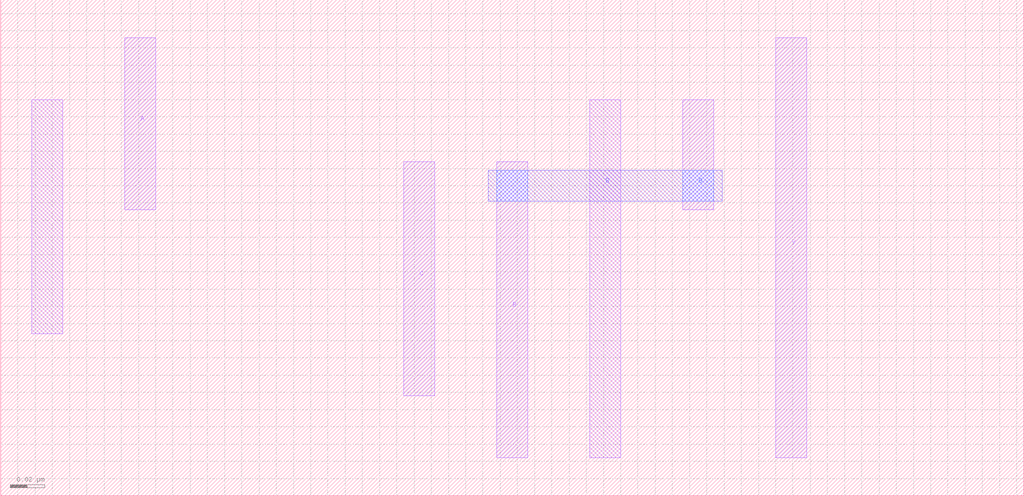
<source format=lef>
VERSION 5.7 ;
BUSBITCHARS "[]" ;
DIVIDERCHAR "/" ;

MACRO AND2x2
  CLASS CORE ;
  ORIGIN 0 0 ;
  FOREIGN AND2x2 0 0 ;
  SIZE 0.324 BY 0.144 ;
  SYMMETRY X Y ;
  SITE coreSite ;
  PIN A
    DIRECTION INPUT ;
    USE SIGNAL ;
    PORT
      LAYER M1 ;
        RECT 0.18 0.022 0.198 0.122 ;
    END
  END A
  PIN B
    DIRECTION INPUT ;
    USE SIGNAL ;
    PORT
      LAYER M1 ;
        RECT 0.234 0.022 0.252 0.122 ;
    END
  END B
  PIN Y
    DIRECTION OUTPUT ;
    USE SIGNAL ;
    PORT
      LAYER M1 ;
        RECT 0.072 0.022 0.09 0.122 ;
    END
  END Y
END AND2x2

MACRO AND3x1
  CLASS CORE ;
  ORIGIN 0 0 ;
  FOREIGN AND3x1 0 0 ;
  SIZE 0.324 BY 0.144 ;
  SYMMETRY X Y ;
  SITE coreSite ;
  PIN A
    DIRECTION INPUT ;
    USE SIGNAL ;
    PORT
      LAYER M1 ;
        RECT 0.234 0.022 0.252 0.122 ;
    END
  END A
  PIN B
    DIRECTION INPUT ;
    USE SIGNAL ;
    PORT
      LAYER M1 ;
        RECT 0.18 0.022 0.198 0.122 ;
    END
  END B
  PIN C
    DIRECTION INPUT ;
    USE SIGNAL ;
    PORT
      LAYER M1 ;
        RECT 0.126 0.022 0.144 0.122 ;
    END
  END C
  PIN Y
    DIRECTION OUTPUT ;
    USE SIGNAL ;
    PORT
      LAYER M1 ;
        RECT 0.018 0.022 0.036 0.122 ;
    END
  END Y
END AND3x1

MACRO AND3x2
  CLASS CORE ;
  ORIGIN 0 0 ;
  FOREIGN AND3x2 0 0 ;
  SIZE 0.378 BY 0.144 ;
  SYMMETRY X Y ;
  SITE coreSite ;
  PIN A
    DIRECTION INPUT ;
    USE SIGNAL ;
    PORT
      LAYER M1 ;
        RECT 0.288 0.022 0.306 0.122 ;
    END
  END A
  PIN B
    DIRECTION INPUT ;
    USE SIGNAL ;
    PORT
      LAYER M1 ;
        RECT 0.234 0.022 0.252 0.122 ;
    END
  END B
  PIN C
    DIRECTION INPUT ;
    USE SIGNAL ;
    PORT
      LAYER M1 ;
        RECT 0.18 0.022 0.198 0.122 ;
    END
  END C
  PIN Y
    DIRECTION OUTPUT ;
    USE SIGNAL ;
    PORT
      LAYER M1 ;
        RECT 0.072 0.022 0.09 0.122 ;
    END
  END Y
END AND3x2

MACRO AOI21x1
  CLASS CORE ;
  ORIGIN 0 0 ;
  FOREIGN AOI21x1 0 0 ;
  SIZE 0.27 BY 0.288 ;
  SYMMETRY X Y ;
  SITE coreSite ;
  PIN A1
    DIRECTION INPUT ;
    USE SIGNAL ;
    PORT
      LAYER M1 ;
        RECT 0.18 0.166 0.198 0.266 ;
    END
  END A1
  PIN A2
    DIRECTION INPUT ;
    USE SIGNAL ;
    PORT
      LAYER M1 ;
        RECT 0.126 0.058 0.144 0.194 ;
    END
  END A2
  PIN B
    DIRECTION INPUT ;
    USE SIGNAL ;
    PORT
      LAYER M1 ;
        RECT 0.072 0.166 0.09 0.266 ;
    END
  END B
  PIN Y
    DIRECTION OUTPUT ;
    USE SIGNAL ;
    PORT
      LAYER M1 ;
        RECT 0.018 0.022 0.036 0.122 ;
    END
  END Y
END AOI21x1

MACRO AOI22x1
  CLASS CORE ;
  ORIGIN 0 0 ;
  FOREIGN AOI22x1 0 0 ;
  SIZE 0.324 BY 0.288 ;
  SYMMETRY X Y ;
  SITE coreSite ;
  PIN A1
    DIRECTION INPUT ;
    USE SIGNAL ;
    PORT
      LAYER M1 ;
        RECT 0.234 0.094 0.252 0.23 ;
    END
  END A1
  PIN A2
    DIRECTION INPUT ;
    USE SIGNAL ;
    PORT
      LAYER M1 ;
        RECT 0.126 0.022 0.144 0.122 ;
    END
  END A2
  PIN B1
    DIRECTION INPUT ;
    USE SIGNAL ;
    PORT
      LAYER M1 ;
        RECT 0.018 0.022 0.036 0.122 ;
    END
  END B1
  PIN B2
    DIRECTION INPUT ;
    USE SIGNAL ;
    PORT
      LAYER M1 ;
        RECT 0.072 0.094 0.09 0.23 ;
    END
  END B2
  PIN Y
    DIRECTION OUTPUT ;
    USE SIGNAL ;
    PORT
      LAYER M1 ;
        RECT 0.18 0.166 0.198 0.266 ;
    END
  END Y
END AOI22x1

MACRO BUFx2
  CLASS CORE ;
  ORIGIN 0 0 ;
  FOREIGN BUFx2 0 0 ;
  SIZE 0.27 BY 0.144 ;
  SYMMETRY X Y ;
  SITE coreSite ;
  PIN A
    DIRECTION INPUT ;
    USE SIGNAL ;
    PORT
      LAYER M1 ;
        RECT 0.18 0.022 0.198 0.122 ;
    END
  END A
  PIN Y
    DIRECTION OUTPUT ;
    USE SIGNAL ;
    PORT
      LAYER M1 ;
        RECT 0.072 0.022 0.09 0.122 ;
    END
  END Y
END BUFx2

MACRO BUFx3
  CLASS CORE ;
  ORIGIN 0 0 ;
  FOREIGN BUFx3 0 0 ;
  SIZE 0.324 BY 0.144 ;
  SYMMETRY X Y ;
  SITE coreSite ;
  PIN A
    DIRECTION INPUT ;
    USE SIGNAL ;
    PORT
      LAYER M1 ;
        RECT 0.234 0.022 0.252 0.122 ;
    END
  END A
  PIN Y
    DIRECTION OUTPUT ;
    USE SIGNAL ;
    PORT
      LAYER M1 ;
        RECT 0.018 0.022 0.036 0.122 ;
    END
  END Y
END BUFx3

MACRO BUFx4
  CLASS CORE ;
  ORIGIN 0 0 ;
  FOREIGN BUFx4 0 0 ;
  SIZE 0.378 BY 0.144 ;
  SYMMETRY X Y ;
  SITE coreSite ;
  PIN A
    DIRECTION INPUT ;
    USE SIGNAL ;
    PORT
      LAYER M1 ;
        RECT 0.288 0.022 0.306 0.122 ;
    END
  END A
  PIN Y
    DIRECTION OUTPUT ;
    USE SIGNAL ;
    PORT
      LAYER M1 ;
        RECT 0.072 0.022 0.09 0.122 ;
    END
  END Y
END BUFx4

MACRO BUFx8
  CLASS CORE ;
  ORIGIN 0 0 ;
  FOREIGN BUFx8 0 0 ;
  SIZE 0.648 BY 0.144 ;
  SYMMETRY X Y ;
  SITE coreSite ;
  PIN A
    DIRECTION INPUT ;
    USE SIGNAL ;
    PORT
      LAYER M1 ;
        RECT 0.126 0.022 0.144 0.122 ;
    END
  END A
  PIN Y
    DIRECTION OUTPUT ;
    USE SIGNAL ;
    PORT
      LAYER M1 ;
        RECT 0.18 0.022 0.198 0.122 ;
    END
  END Y
END BUFx8

MACRO DFFHQNx1
  CLASS CORE ;
  ORIGIN 0 0 ;
  FOREIGN DFFHQNx1 0 0 ;
  SIZE 0.486 BY 0.288 ;
  SYMMETRY X Y ;
  SITE coreSite ;
  PIN CLK
    DIRECTION INPUT ;
    USE CLOCK ;
    PORT
      LAYER M1 ;
        RECT 0.126 0.166 0.144 0.266 ;
    END
  END CLK
  PIN D
    DIRECTION INPUT ;
    USE SIGNAL ;
    PORT
      LAYER M1 ;
        RECT 0.072 0.058 0.09 0.194 ;
    END
  END D
  PIN QN
    DIRECTION OUTPUT ;
    USE SIGNAL ;
    PORT
      LAYER M1 ;
        RECT 0.018 0.166 0.036 0.266 ;
    END
  END QN
  OBS
    LAYER M1 ;
      RECT 0.342 0.094 0.36 0.266 ;
      RECT 0.18 0.022 0.198 0.194 ;
  END
END DFFHQNx1

MACRO DFFHQNx2
  CLASS CORE ;
  ORIGIN 0 0 ;
  FOREIGN DFFHQNx2 0 0 ;
  SIZE 0.486 BY 0.288 ;
  SYMMETRY X Y ;
  SITE coreSite ;
  PIN CLK
    DIRECTION INPUT ;
    USE CLOCK ;
    PORT
      LAYER M1 ;
        RECT 0.126 0.058 0.144 0.194 ;
    END
  END CLK
  PIN D
    DIRECTION INPUT ;
    USE SIGNAL ;
    PORT
      LAYER M1 ;
        RECT 0.396 0.022 0.414 0.122 ;
    END
  END D
  PIN QN
    DIRECTION OUTPUT ;
    USE SIGNAL ;
    PORT
      LAYER M1 ;
        RECT 0.072 0.058 0.09 0.194 ;
    END
  END QN
  OBS
    LAYER M1 ;
      RECT 0.288 0.243 0.36 0.261 ;
      RECT 0.288 0.063 0.306 0.261 ;
      RECT 0.229 0.063 0.306 0.081 ;
      RECT 0.234 0.171 0.252 0.266 ;
      RECT 0.18 0.171 0.252 0.189 ;
      RECT 0.18 0.022 0.198 0.189 ;
      RECT 0.391 0.243 0.446 0.261 ;
      RECT 0.342 0.058 0.36 0.194 ;
      RECT 0.148 0.243 0.203 0.261 ;
    LAYER M2 ;
      RECT 0.175 0.243 0.419 0.261 ;
    LAYER V1 ;
      RECT 0.396 0.243 0.414 0.261 ;
      RECT 0.18 0.243 0.198 0.261 ;
  END
END DFFHQNx2

MACRO DFFHQNx3
  CLASS CORE ;
  ORIGIN 0 0 ;
  FOREIGN DFFHQNx3 0 0 ;
  SIZE 0.54 BY 0.288 ;
  SYMMETRY X Y ;
  SITE coreSite ;
  PIN CLK
    DIRECTION INPUT ;
    USE CLOCK ;
    PORT
      LAYER M1 ;
        RECT 0.126 0.058 0.144 0.194 ;
    END
  END CLK
  PIN D
    DIRECTION INPUT ;
    USE SIGNAL ;
    PORT
      LAYER M1 ;
        RECT 0.396 0.022 0.414 0.122 ;
    END
  END D
  PIN QN
    DIRECTION OUTPUT ;
    USE SIGNAL ;
    PORT
      LAYER M1 ;
        RECT 0.018 0.166 0.036 0.266 ;
    END
  END QN
  OBS
    LAYER M1 ;
      RECT 0.234 0.207 0.311 0.225 ;
      RECT 0.234 0.166 0.252 0.225 ;
      RECT 0.45 0.094 0.468 0.23 ;
      RECT 0.342 0.022 0.36 0.194 ;
  END
END DFFHQNx3

MACRO DHLx1
  CLASS CORE ;
  ORIGIN 0 0 ;
  FOREIGN DHLx1 0 0 ;
  SIZE 0.378 BY 0.288 ;
  SYMMETRY X Y ;
  SITE coreSite ;
  PIN CLK
    DIRECTION INPUT ;
    USE CLOCK ;
    PORT
      LAYER M1 ;
        RECT 0.288 0.058 0.306 0.194 ;
    END
  END CLK
  PIN D
    DIRECTION INPUT ;
    USE SIGNAL ;
    PORT
      LAYER M1 ;
        RECT 0.072 0.022 0.09 0.122 ;
    END
  END D
  PIN Q
    DIRECTION INPUT ;
    USE SIGNAL ;
    PORT
      LAYER M1 ;
        RECT 0.18 0.094 0.198 0.23 ;
    END
  END Q
  OBS
    LAYER M1 ;
      RECT 0.234 0.058 0.252 0.194 ;
      RECT 0.126 0.022 0.144 0.194 ;
      RECT 0.018 0.094 0.036 0.23 ;
  END
END DHLx1

MACRO DHLx2
  CLASS CORE ;
  ORIGIN 0 0 ;
  FOREIGN DHLx2 0 0 ;
  SIZE 0.378 BY 0.288 ;
  SYMMETRY X Y ;
  SITE coreSite ;
  PIN CLK
    DIRECTION INPUT ;
    USE CLOCK ;
    PORT
      LAYER M1 ;
        RECT 0.018 0.022 0.036 0.122 ;
    END
  END CLK
  PIN D
    DIRECTION INPUT ;
    USE SIGNAL ;
    PORT
      LAYER M1 ;
        RECT 0.126 0.094 0.144 0.23 ;
    END
  END D
  PIN Q
    DIRECTION INPUT ;
    USE SIGNAL ;
    PORT
      LAYER M1 ;
        RECT 0.18 0.022 0.198 0.122 ;
    END
  END Q
  OBS
    LAYER M1 ;
      RECT 0.288 0.058 0.306 0.194 ;
      RECT 0.234 0.094 0.252 0.23 ;
      RECT 0.072 0.058 0.09 0.194 ;
  END
END DHLx2

MACRO DHLx3
  CLASS CORE ;
  ORIGIN 0 0 ;
  FOREIGN DHLx3 0 0 ;
  SIZE 0.432 BY 0.288 ;
  SYMMETRY X Y ;
  SITE coreSite ;
  PIN CLK
    DIRECTION INPUT ;
    USE CLOCK ;
    PORT
      LAYER M1 ;
        RECT 0.342 0.166 0.36 0.266 ;
    END
  END CLK
  PIN D
    DIRECTION INPUT ;
    USE SIGNAL ;
    PORT
      LAYER M1 ;
        RECT 0.288 0.058 0.306 0.194 ;
    END
  END D
  PIN Q
    DIRECTION INPUT ;
    USE SIGNAL ;
    PORT
      LAYER M1 ;
        RECT 0.018 0.094 0.036 0.23 ;
    END
  END Q
  OBS
    LAYER M1 ;
      RECT 0.234 0.094 0.252 0.23 ;
      RECT 0.18 0.058 0.198 0.194 ;
  END
END DHLx3

MACRO FAx1
  CLASS CORE ;
  ORIGIN 0 0 ;
  FOREIGN FAx1 0 0 ;
  SIZE 0.486 BY 0.288 ;
  SYMMETRY X Y ;
  SITE coreSite ;
  PIN A
    DIRECTION INPUT ;
    USE SIGNAL ;
    PORT
      LAYER M2 ;
        RECT 0.175 0.171 0.311 0.189 ;
      LAYER M1 ;
        RECT 0.288 0.166 0.306 0.23 ;
        RECT 0.18 0.058 0.198 0.194 ;
      LAYER V1 ;
        RECT 0.18 0.171 0.198 0.189 ;
        RECT 0.288 0.171 0.306 0.189 ;
    END
  END A
  PIN B
    DIRECTION INPUT ;
    USE SIGNAL ;
    PORT
      LAYER M2 ;
        RECT 0.229 0.099 0.419 0.117 ;
      LAYER M1 ;
        RECT 0.396 0.058 0.414 0.122 ;
        RECT 0.234 0.022 0.252 0.23 ;
      LAYER V1 ;
        RECT 0.234 0.099 0.252 0.117 ;
        RECT 0.396 0.099 0.414 0.117 ;
    END
  END B
  PIN CI
    DIRECTION INPUT ;
    USE SIGNAL ;
    PORT
      LAYER M2 ;
        RECT 0.067 0.063 0.311 0.081 ;
      LAYER M1 ;
        RECT 0.288 0.022 0.306 0.086 ;
        RECT 0.072 0.058 0.09 0.194 ;
      LAYER V1 ;
        RECT 0.072 0.063 0.09 0.081 ;
        RECT 0.288 0.063 0.306 0.081 ;
    END
  END CI
  PIN CON
    DIRECTION INPUT ;
    USE SIGNAL ;
    PORT
      LAYER M2 ;
        RECT 0.013 0.207 0.419 0.225 ;
      LAYER M1 ;
        RECT 0.396 0.202 0.414 0.266 ;
        RECT 0.126 0.202 0.144 0.266 ;
        RECT 0.018 0.058 0.036 0.23 ;
      LAYER V1 ;
        RECT 0.018 0.207 0.036 0.225 ;
        RECT 0.126 0.207 0.144 0.225 ;
        RECT 0.396 0.207 0.414 0.225 ;
    END
  END CON
  PIN SN
    DIRECTION INPUT ;
    USE SIGNAL ;
    PORT
      LAYER M1 ;
        RECT 0.126 0.022 0.144 0.122 ;
    END
  END SN
  OBS
    LAYER M1 ;
      RECT 0.342 0.022 0.36 0.266 ;
      RECT 0.067 0.243 0.095 0.261 ;
    LAYER M2 ;
      RECT 0.067 0.243 0.365 0.261 ;
    LAYER V1 ;
      RECT 0.342 0.243 0.36 0.261 ;
      RECT 0.072 0.243 0.09 0.261 ;
  END
END FAx1

MACRO INVx1
  CLASS CORE ;
  ORIGIN 0 0 ;
  FOREIGN INVx1 0 0 ;
  SIZE 0.162 BY 0.144 ;
  SYMMETRY X Y ;
  SITE coreSite ;
  PIN A
    DIRECTION INPUT ;
    USE SIGNAL ;
    PORT
      LAYER M1 ;
        RECT 0.072 0.022 0.09 0.122 ;
    END
  END A
  PIN Y
    DIRECTION OUTPUT ;
    USE SIGNAL ;
    PORT
      LAYER M1 ;
        RECT 0.018 0.022 0.036 0.122 ;
    END
  END Y
END INVx1

MACRO INVx2
  CLASS CORE ;
  ORIGIN 0 0 ;
  FOREIGN INVx2 0 0 ;
  SIZE 0.216 BY 0.144 ;
  SYMMETRY X Y ;
  SITE coreSite ;
  PIN A
    DIRECTION INPUT ;
    USE SIGNAL ;
    PORT
      LAYER M1 ;
        RECT 0.072 0.022 0.09 0.122 ;
    END
  END A
  PIN Y
    DIRECTION OUTPUT ;
    USE SIGNAL ;
    PORT
      LAYER M1 ;
        RECT 0.126 0.022 0.144 0.122 ;
    END
  END Y
END INVx2

MACRO INVx4
  CLASS CORE ;
  ORIGIN 0 0 ;
  FOREIGN INVx4 0 0 ;
  SIZE 0.324 BY 0.144 ;
  SYMMETRY X Y ;
  SITE coreSite ;
  PIN A
    DIRECTION INPUT ;
    USE SIGNAL ;
    PORT
      LAYER M1 ;
        RECT 0.234 0.022 0.252 0.122 ;
    END
  END A
  PIN Y
    DIRECTION OUTPUT ;
    USE SIGNAL ;
    PORT
      LAYER M1 ;
        RECT 0.072 0.022 0.09 0.122 ;
    END
  END Y
END INVx4

MACRO INVx8
  CLASS CORE ;
  ORIGIN 0 0 ;
  FOREIGN INVx8 0 0 ;
  SIZE 0.54 BY 0.144 ;
  SYMMETRY X Y ;
  SITE coreSite ;
  PIN A
    DIRECTION INPUT ;
    USE SIGNAL ;
    PORT
      LAYER M1 ;
        RECT 0.072 0.022 0.09 0.122 ;
    END
  END A
  PIN Y
    DIRECTION OUTPUT ;
    USE SIGNAL ;
    PORT
      LAYER M1 ;
        RECT 0.018 0.022 0.036 0.122 ;
    END
  END Y
END INVx8

MACRO NAND2x1
  CLASS CORE ;
  ORIGIN 0 0 ;
  FOREIGN NAND2x1 0 0 ;
  SIZE 0.216 BY 0.288 ;
  SYMMETRY X Y ;
  SITE coreSite ;
  PIN A
    DIRECTION INPUT ;
    USE SIGNAL ;
    PORT
      LAYER M1 ;
        RECT 0.126 0.094 0.144 0.23 ;
    END
  END A
  PIN B
    DIRECTION INPUT ;
    USE SIGNAL ;
    PORT
      LAYER M1 ;
        RECT 0.072 0.166 0.09 0.266 ;
    END
  END B
  PIN Y
    DIRECTION OUTPUT ;
    USE SIGNAL ;
    PORT
      LAYER M1 ;
        RECT 0.018 0.058 0.036 0.194 ;
    END
  END Y
END NAND2x1

MACRO NAND2x2
  CLASS CORE ;
  ORIGIN 0 0 ;
  FOREIGN NAND2x2 0 0 ;
  SIZE 0.324 BY 0.288 ;
  SYMMETRY X Y ;
  SITE coreSite ;
  PIN A
    DIRECTION INPUT ;
    USE SIGNAL ;
    PORT
      LAYER M1 ;
        RECT 0.234 0.022 0.252 0.122 ;
    END
  END A
  PIN B
    DIRECTION INPUT ;
    USE SIGNAL ;
    PORT
      LAYER M1 ;
        RECT 0.018 0.166 0.036 0.266 ;
    END
  END B
  PIN Y
    DIRECTION OUTPUT ;
    USE SIGNAL ;
    PORT
      LAYER M1 ;
        RECT 0.072 0.058 0.09 0.194 ;
    END
  END Y
END NAND2x2

MACRO NAND3x1
  CLASS CORE ;
  ORIGIN 0 0 ;
  FOREIGN NAND3x1 0 0 ;
  SIZE 0.378 BY 0.288 ;
  SYMMETRY X Y ;
  SITE coreSite ;
  PIN A
    DIRECTION INPUT ;
    USE SIGNAL ;
    PORT
      LAYER M1 ;
        RECT 0.18 0.094 0.198 0.23 ;
    END
  END A
  PIN B
    DIRECTION INPUT ;
    USE SIGNAL ;
    PORT
      LAYER M1 ;
        RECT 0.234 0.094 0.252 0.23 ;
    END
  END B
  PIN C
    DIRECTION INPUT ;
    USE SIGNAL ;
    PORT
      LAYER M1 ;
        RECT 0.072 0.058 0.09 0.194 ;
    END
  END C
  PIN Y
    DIRECTION OUTPUT ;
    USE SIGNAL ;
    PORT
      LAYER M1 ;
        RECT 0.018 0.094 0.036 0.266 ;
    END
  END Y
END NAND3x1

MACRO NAND3x2
  CLASS CORE ;
  ORIGIN 0 0 ;
  FOREIGN NAND3x2 0 0 ;
  SIZE 0.594 BY 0.288 ;
  SYMMETRY X Y ;
  SITE coreSite ;
  PIN A
    DIRECTION INPUT ;
    USE SIGNAL ;
    PORT
      LAYER M1 ;
        RECT 0.072 0.166 0.09 0.266 ;
    END
  END A
  PIN B
    DIRECTION INPUT ;
    USE SIGNAL ;
    PORT
      LAYER M2 ;
        RECT 0.283 0.171 0.419 0.189 ;
      LAYER M1 ;
        RECT 0.396 0.166 0.414 0.23 ;
        RECT 0.288 0.022 0.306 0.194 ;
      LAYER V1 ;
        RECT 0.288 0.171 0.306 0.189 ;
        RECT 0.396 0.171 0.414 0.189 ;
    END
  END B
  PIN C
    DIRECTION INPUT ;
    USE SIGNAL ;
    PORT
      LAYER M1 ;
        RECT 0.234 0.058 0.252 0.194 ;
    END
  END C
  PIN Y
    DIRECTION OUTPUT ;
    USE SIGNAL ;
    PORT
      LAYER M1 ;
        RECT 0.45 0.022 0.468 0.266 ;
    END
  END Y
  OBS
    LAYER M1 ;
      RECT 0.342 0.022 0.36 0.23 ;
      RECT 0.018 0.094 0.036 0.23 ;
  END
END NAND3x2

MACRO NOR2x2
  CLASS CORE ;
  ORIGIN 0 0 ;
  FOREIGN NOR2x2 0 0 ;
  SIZE 0.324 BY 0.288 ;
  SYMMETRY X Y ;
  SITE coreSite ;
  PIN A
    DIRECTION INPUT ;
    USE SIGNAL ;
    PORT
      LAYER M1 ;
        RECT 0.126 0.166 0.144 0.266 ;
    END
  END A
  PIN B
    DIRECTION INPUT ;
    USE SIGNAL ;
    PORT
      LAYER M1 ;
        RECT 0.234 0.166 0.252 0.266 ;
    END
  END B
  PIN Y
    DIRECTION OUTPUT ;
    USE SIGNAL ;
    PORT
      LAYER M1 ;
        RECT 0.18 0.022 0.198 0.122 ;
    END
  END Y
END NOR2x2

MACRO NOR3x1
  CLASS CORE ;
  ORIGIN 0 0 ;
  FOREIGN NOR3x1 0 0 ;
  SIZE 0.378 BY 0.288 ;
  SYMMETRY X Y ;
  SITE coreSite ;
  PIN A
    DIRECTION INPUT ;
    USE SIGNAL ;
    PORT
      LAYER M1 ;
        RECT 0.18 0.094 0.198 0.23 ;
    END
  END A
  PIN B
    DIRECTION INPUT ;
    USE SIGNAL ;
    PORT
      LAYER M1 ;
        RECT 0.234 0.094 0.252 0.23 ;
    END
  END B
  PIN C
    DIRECTION INPUT ;
    USE SIGNAL ;
    PORT
      LAYER M1 ;
        RECT 0.072 0.022 0.09 0.122 ;
    END
  END C
  PIN Y
    DIRECTION OUTPUT ;
    USE SIGNAL ;
    PORT
      LAYER M1 ;
        RECT 0.018 0.166 0.036 0.266 ;
    END
  END Y
END NOR3x1

MACRO NOR3x2
  CLASS CORE ;
  ORIGIN 0 0 ;
  FOREIGN NOR3x2 0 0 ;
  SIZE 0.594 BY 0.288 ;
  SYMMETRY X Y ;
  SITE coreSite ;
  PIN A
    DIRECTION INPUT ;
    USE SIGNAL ;
    PORT
      LAYER M1 ;
        RECT 0.504 0.094 0.522 0.23 ;
    END
  END A
  PIN B
    DIRECTION INPUT ;
    USE SIGNAL ;
    PORT
      LAYER M1 ;
        RECT 0.234 0.022 0.252 0.122 ;
    END
  END B
  PIN C
    DIRECTION INPUT ;
    USE SIGNAL ;
    PORT
      LAYER M1 ;
        RECT 0.072 0.094 0.09 0.23 ;
    END
  END C
  PIN Y
    DIRECTION OUTPUT ;
    USE SIGNAL ;
    PORT
      LAYER M1 ;
        RECT 0.126 0.022 0.144 0.266 ;
    END
  END Y
END NOR3x2

MACRO OAI21x1
  CLASS CORE ;
  ORIGIN 0 0 ;
  FOREIGN OAI21x1 0 0 ;
  SIZE 0.27 BY 0.288 ;
  SYMMETRY X Y ;
  SITE coreSite ;
  PIN A1
    DIRECTION INPUT ;
    USE SIGNAL ;
    PORT
      LAYER M1 ;
        RECT 0.18 0.058 0.198 0.194 ;
    END
  END A1
  PIN A2
    DIRECTION INPUT ;
    USE SIGNAL ;
    PORT
      LAYER M1 ;
        RECT 0.126 0.094 0.144 0.23 ;
    END
  END A2
  PIN B
    DIRECTION INPUT ;
    USE SIGNAL ;
    PORT
      LAYER M1 ;
        RECT 0.018 0.022 0.036 0.122 ;
    END
  END B
  PIN Y
    DIRECTION OUTPUT ;
    USE SIGNAL ;
    PORT
      LAYER M1 ;
        RECT 0.072 0.094 0.09 0.266 ;
    END
  END Y
END OAI21x1

MACRO OAI22x1
  CLASS CORE ;
  ORIGIN 0 0 ;
  FOREIGN OAI22x1 0 0 ;
  SIZE 0.324 BY 0.288 ;
  SYMMETRY X Y ;
  SITE coreSite ;
  PIN A1
    DIRECTION INPUT ;
    USE SIGNAL ;
    PORT
      LAYER M1 ;
        RECT 0.018 0.058 0.036 0.194 ;
    END
  END A1
  PIN A2
    DIRECTION INPUT ;
    USE SIGNAL ;
    PORT
      LAYER M1 ;
        RECT 0.072 0.094 0.09 0.23 ;
    END
  END A2
  PIN B1
    DIRECTION INPUT ;
    USE SIGNAL ;
    PORT
      LAYER M1 ;
        RECT 0.234 0.022 0.252 0.122 ;
    END
  END B1
  PIN B2
    DIRECTION INPUT ;
    USE SIGNAL ;
    PORT
      LAYER M1 ;
        RECT 0.126 0.022 0.144 0.122 ;
    END
  END B2
  PIN Y
    DIRECTION OUTPUT ;
    USE SIGNAL ;
    PORT
      LAYER M1 ;
        RECT 0.18 0.094 0.198 0.266 ;
    END
  END Y
END OAI22x1

MACRO OR2x2
  CLASS CORE ;
  ORIGIN 0 0 ;
  FOREIGN OR2x2 0 0 ;
  SIZE 0.324 BY 0.144 ;
  SYMMETRY X Y ;
  SITE coreSite ;
  PIN A
    DIRECTION INPUT ;
    USE SIGNAL ;
    PORT
      LAYER M1 ;
        RECT 0.18 0.022 0.198 0.122 ;
    END
  END A
  PIN B
    DIRECTION INPUT ;
    USE SIGNAL ;
    PORT
      LAYER M1 ;
        RECT 0.234 0.022 0.252 0.122 ;
    END
  END B
  PIN Y
    DIRECTION OUTPUT ;
    USE SIGNAL ;
    PORT
      LAYER M1 ;
        RECT 0.072 0.022 0.09 0.122 ;
    END
  END Y
END OR2x2

MACRO OR3x1
  CLASS CORE ;
  ORIGIN 0 0 ;
  FOREIGN OR3x1 0 0 ;
  SIZE 0.378 BY 0.144 ;
  SYMMETRY X Y ;
  SITE coreSite ;
  PIN A
    DIRECTION INPUT ;
    USE SIGNAL ;
    PORT
      LAYER M1 ;
        RECT 0.288 0.022 0.306 0.122 ;
    END
  END A
  PIN B
    DIRECTION INPUT ;
    USE SIGNAL ;
    PORT
      LAYER M1 ;
        RECT 0.18 0.022 0.198 0.122 ;
    END
  END B
  PIN C
    DIRECTION INPUT ;
    USE SIGNAL ;
    PORT
      LAYER M1 ;
        RECT 0.126 0.022 0.144 0.122 ;
    END
  END C
  PIN Y
    DIRECTION OUTPUT ;
    USE SIGNAL ;
    PORT
      LAYER M1 ;
        RECT 0.018 0.022 0.036 0.122 ;
    END
  END Y
END OR3x1

MACRO OR3x2
  CLASS CORE ;
  ORIGIN 0 0 ;
  FOREIGN OR3x2 0 0 ;
  SIZE 0.378 BY 0.144 ;
  SYMMETRY X Y ;
  SITE coreSite ;
  PIN A
    DIRECTION INPUT ;
    USE SIGNAL ;
    PORT
      LAYER M1 ;
        RECT 0.288 0.022 0.306 0.122 ;
    END
  END A
  PIN B
    DIRECTION INPUT ;
    USE SIGNAL ;
    PORT
      LAYER M1 ;
        RECT 0.234 0.022 0.252 0.122 ;
    END
  END B
  PIN C
    DIRECTION INPUT ;
    USE SIGNAL ;
    PORT
      LAYER M1 ;
        RECT 0.18 0.022 0.198 0.122 ;
    END
  END C
  PIN Y
    DIRECTION OUTPUT ;
    USE SIGNAL ;
    PORT
      LAYER M1 ;
        RECT 0.072 0.022 0.09 0.122 ;
    END
  END Y
  OBS
    LAYER M1 ;
      RECT 0.342 0.058 0.36 0.122 ;
      RECT 0.126 0.058 0.144 0.122 ;
    LAYER M2 ;
      RECT 0.121 0.099 0.365 0.117 ;
    LAYER V1 ;
      RECT 0.342 0.099 0.36 0.117 ;
      RECT 0.126 0.099 0.144 0.117 ;
  END
END OR3x2

MACRO XNOR2x1
  CLASS CORE ;
  ORIGIN 0 0 ;
  FOREIGN XNOR2x1 0 0 ;
  SIZE 0.324 BY 0.288 ;
  SYMMETRY X Y ;
  SITE coreSite ;
  PIN A
    DIRECTION INPUT ;
    USE SIGNAL ;
    PORT
      LAYER M1 ;
        RECT 0.288 0.058 0.306 0.194 ;
    END
  END A
  PIN B
    DIRECTION INPUT ;
    USE SIGNAL ;
    PORT
      LAYER M2 ;
        RECT 0.121 0.171 0.203 0.189 ;
      LAYER M1 ;
        RECT 0.18 0.166 0.198 0.23 ;
        RECT 0.126 0.022 0.144 0.194 ;
      LAYER V1 ;
        RECT 0.126 0.171 0.144 0.189 ;
        RECT 0.18 0.171 0.198 0.189 ;
    END
  END B
  PIN Y
    DIRECTION OUTPUT ;
    USE SIGNAL ;
    PORT
      LAYER M1 ;
        RECT 0.018 0.166 0.036 0.266 ;
    END
  END Y
  OBS
    LAYER M1 ;
      RECT 0.234 0.022 0.252 0.266 ;
      RECT 0.072 0.094 0.09 0.23 ;
      RECT 0.018 0.022 0.036 0.086 ;
  END
END XNOR2x1

MACRO XOR2x1
  CLASS CORE ;
  ORIGIN 0 0 ;
  FOREIGN XOR2x1 0 0 ;
  SIZE 0.324 BY 0.288 ;
  SYMMETRY X Y ;
  SITE coreSite ;
  PIN A
    DIRECTION INPUT ;
    USE SIGNAL ;
    PORT
      LAYER M1 ;
        RECT 0.126 0.022 0.144 0.122 ;
    END
  END A
  PIN B
    DIRECTION INPUT ;
    USE SIGNAL ;
    PORT
      LAYER M1 ;
        RECT 0.18 0.058 0.198 0.23 ;
    END
  END B
  PIN Y
    DIRECTION OUTPUT ;
    USE SIGNAL ;
    PORT
      LAYER M1 ;
        RECT 0.018 0.058 0.036 0.194 ;
    END
  END Y
  OBS
    LAYER M1 ;
      RECT 0.234 0.094 0.252 0.266 ;
      RECT 0.072 0.094 0.09 0.23 ;
  END
END XOR2x1

END LIBRARY

</source>
